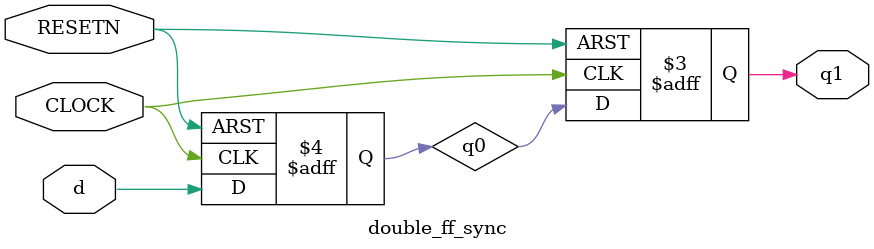
<source format=v>
module double_ff_sync(
  input				CLOCK,
  input				RESETN,
  input				d,
  output reg		q1
  );
  reg				q0;
  always@(posedge CLOCK or negedge RESETN) begin
	if(RESETN == 1'b0) begin
	  q0		<= 1'b0;
	  q1		<= 1'b0;
	end else begin
	  q0	<= d;
	  q1	<= q0;
	end
  end

endmodule


</source>
